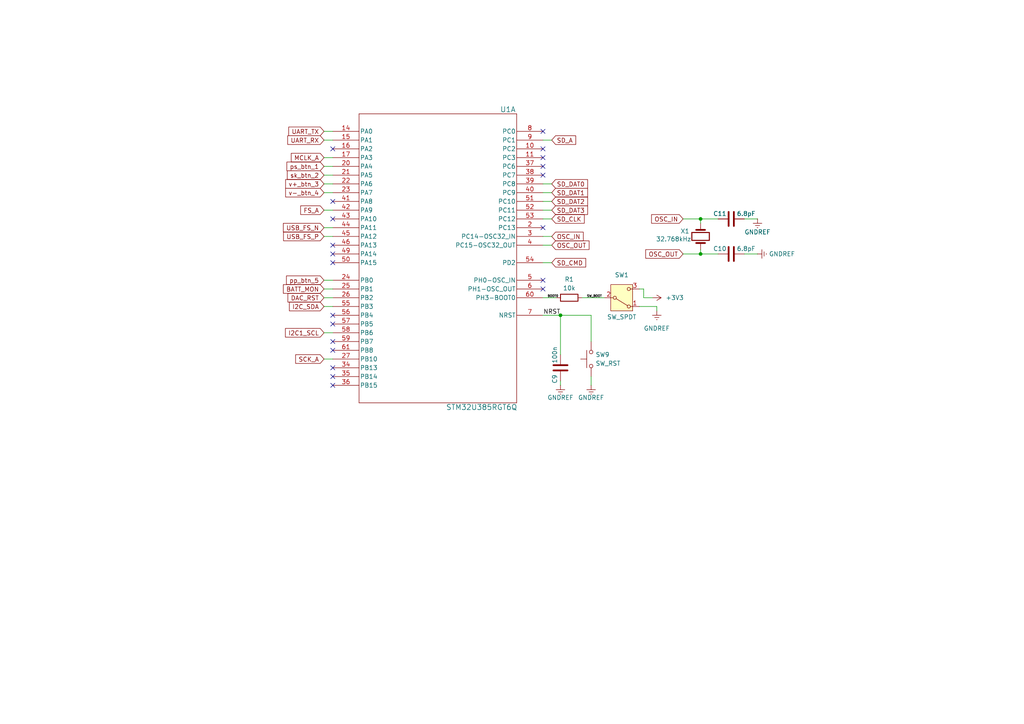
<source format=kicad_sch>
(kicad_sch (version 20250114) (generator "eeschema") (generator_version "9.0")
  (paper "A4")
  (lib_symbols
    (symbol "2026-01-21_08-27-02:STM32U385RGT6Q" (pin_names (offset 0.254))
      (property "Reference" "U" (at 30.48 10.16 0))
      (property "Value" "STM32U385RGT6Q" (at 30.48 7.62 0))
      (symbol "STM32U385RGT6Q_1_1"
        (polyline (pts (xy 7.62 5.08) (xy 7.62 -78.74)))
        (polyline (pts (xy 7.62 -78.74) (xy 53.34 -78.74)))
        (polyline (pts (xy 53.34 5.08) (xy 7.62 5.08)))
        (polyline (pts (xy 53.34 -78.74) (xy 53.34 5.08)))
        (pin bidirectional line (at 0 0 0) (length 7.62) (name "PA0") (number "14"))
        (pin bidirectional line (at 0 -2.54 0) (length 7.62) (name "PA1") (number "15"))
        (pin bidirectional line (at 0 -5.08 0) (length 7.62) (name "PA2") (number "16"))
        (pin bidirectional line (at 0 -7.62 0) (length 7.62) (name "PA3") (number "17"))
        (pin bidirectional line (at 0 -10.16 0) (length 7.62) (name "PA4") (number "20"))
        (pin bidirectional line (at 0 -12.7 0) (length 7.62) (name "PA5") (number "21"))
        (pin bidirectional line (at 0 -15.24 0) (length 7.62) (name "PA6") (number "22"))
        (pin bidirectional line (at 0 -17.78 0) (length 7.62) (name "PA7") (number "23"))
        (pin bidirectional line (at 0 -20.32 0) (length 7.62) (name "PA8") (number "41"))
        (pin bidirectional line (at 0 -22.86 0) (length 7.62) (name "PA9") (number "42"))
        (pin bidirectional line (at 0 -25.4 0) (length 7.62) (name "PA10") (number "43"))
        (pin bidirectional line (at 0 -27.94 0) (length 7.62) (name "PA11") (number "44"))
        (pin bidirectional line (at 0 -30.48 0) (length 7.62) (name "PA12") (number "45"))
        (pin bidirectional line (at 0 -33.02 0) (length 7.62) (name "PA13") (number "46"))
        (pin bidirectional line (at 0 -35.56 0) (length 7.62) (name "PA14") (number "49"))
        (pin bidirectional line (at 0 -38.1 0) (length 7.62) (name "PA15") (number "50"))
        (pin bidirectional line (at 0 -43.18 0) (length 7.62) (name "PB0") (number "24"))
        (pin bidirectional line (at 0 -45.72 0) (length 7.62) (name "PB1") (number "25"))
        (pin bidirectional line (at 0 -48.26 0) (length 7.62) (name "PB2") (number "26"))
        (pin bidirectional line (at 0 -50.8 0) (length 7.62) (name "PB3") (number "55"))
        (pin bidirectional line (at 0 -53.34 0) (length 7.62) (name "PB4") (number "56"))
        (pin bidirectional line (at 0 -55.88 0) (length 7.62) (name "PB5") (number "57"))
        (pin bidirectional line (at 0 -58.42 0) (length 7.62) (name "PB6") (number "58"))
        (pin bidirectional line (at 0 -60.96 0) (length 7.62) (name "PB7") (number "59"))
        (pin bidirectional line (at 0 -63.5 0) (length 7.62) (name "PB8") (number "61"))
        (pin bidirectional line (at 0 -66.04 0) (length 7.62) (name "PB10") (number "27"))
        (pin bidirectional line (at 0 -68.58 0) (length 7.62) (name "PB13") (number "34"))
        (pin bidirectional line (at 0 -71.12 0) (length 7.62) (name "PB14") (number "35"))
        (pin bidirectional line (at 0 -73.66 0) (length 7.62) (name "PB15") (number "36"))
        (pin bidirectional line (at 60.96 0 180) (length 7.62) (name "PC0") (number "8"))
        (pin bidirectional line (at 60.96 -2.54 180) (length 7.62) (name "PC1") (number "9"))
        (pin bidirectional line (at 60.96 -5.08 180) (length 7.62) (name "PC2") (number "10"))
        (pin bidirectional line (at 60.96 -7.62 180) (length 7.62) (name "PC3") (number "11"))
        (pin bidirectional line (at 60.96 -10.16 180) (length 7.62) (name "PC6") (number "37"))
        (pin bidirectional line (at 60.96 -12.7 180) (length 7.62) (name "PC7") (number "38"))
        (pin bidirectional line (at 60.96 -15.24 180) (length 7.62) (name "PC8") (number "39"))
        (pin bidirectional line (at 60.96 -17.78 180) (length 7.62) (name "PC9") (number "40"))
        (pin bidirectional line (at 60.96 -20.32 180) (length 7.62) (name "PC10") (number "51"))
        (pin bidirectional line (at 60.96 -22.86 180) (length 7.62) (name "PC11") (number "52"))
        (pin bidirectional line (at 60.96 -25.4 180) (length 7.62) (name "PC12") (number "53"))
        (pin bidirectional line (at 60.96 -27.94 180) (length 7.62) (name "PC13") (number "2"))
        (pin bidirectional line (at 60.96 -30.48 180) (length 7.62) (name "PC14-OSC32_IN") (number "3"))
        (pin bidirectional line (at 60.96 -33.02 180) (length 7.62) (name "PC15-OSC32_OUT") (number "4"))
        (pin bidirectional line (at 60.96 -38.1 180) (length 7.62) (name "PD2") (number "54"))
        (pin bidirectional line (at 60.96 -43.18 180) (length 7.62) (name "PH0-OSC_IN") (number "5"))
        (pin bidirectional line (at 60.96 -45.72 180) (length 7.62) (name "PH1-OSC_OUT") (number "6"))
        (pin bidirectional line (at 60.96 -48.26 180) (length 7.62) (name "PH3-BOOT0") (number "60"))
        (pin bidirectional line (at 60.96 -53.34 180) (length 7.62) (name "NRST") (number "7"))
      )
      (symbol "STM32U385RGT6Q_2_1"
        (polyline (pts (xy 7.62 5.08) (xy 7.62 -33.02)))
        (polyline (pts (xy 7.62 -33.02) (xy 43.18 -33.02)))
        (polyline (pts (xy 43.18 5.08) (xy 7.62 5.08)))
        (polyline (pts (xy 43.18 -33.02) (xy 43.18 5.08)))
        (pin power_in line (at 0 0 0) (length 7.62) (name "VSS") (number "18"))
        (pin power_in line (at 0 -2.54 0) (length 7.62) (name "VSS") (number "32"))
        (pin power_in line (at 0 -5.08 0) (length 7.62) (name "VSS") (number "47"))
        (pin power_in line (at 0 -7.62 0) (length 7.62) (name "VSS") (number "63"))
        (pin power_in line (at 0 -12.7 0) (length 7.62) (name "VSSA") (number "12"))
        (pin power_in line (at 0 -17.78 0) (length 7.62) (name "VSSSMPS") (number "30"))
        (pin power_in line (at 0 -22.86 0) (length 7.62) (name "VBAT") (number "1"))
        (pin power_in line (at 0 -27.94 0) (length 7.62) (name "VLXSMPS") (number "28"))
        (pin power_in line (at 50.8 0 180) (length 7.62) (name "VDD") (number "19"))
        (pin power_in line (at 50.8 -2.54 180) (length 7.62) (name "VDD") (number "33"))
        (pin power_in line (at 50.8 -5.08 180) (length 7.62) (name "VDD") (number "64"))
        (pin power_in line (at 50.8 -10.16 180) (length 7.62) (name "VDDA") (number "13"))
        (pin power_in line (at 50.8 -15.24 180) (length 7.62) (name "VDD11") (number "31"))
        (pin power_in line (at 50.8 -17.78 180) (length 7.62) (name "VDD11") (number "62"))
        (pin power_in line (at 50.8 -22.86 180) (length 7.62) (name "VDDUSB") (number "48"))
        (pin power_in line (at 50.8 -27.94 180) (length 7.62) (name "VDDSMPS") (number "29"))
      )
    )
    (symbol "Device:C" (pin_numbers (hide yes)) (pin_names (offset 0.254))
      (property "Reference" "C" (at 0.635 2.54 0))
      (property "Value" "C" (at 0.635 -2.54 0))
      (symbol "C_0_1"
        (polyline (pts (xy -2.032 0.762) (xy 2.032 0.762)) (stroke (width 0.508)))
        (polyline (pts (xy -2.032 -0.762) (xy 2.032 -0.762)) (stroke (width 0.508)))
      )
      (symbol "C_1_1"
        (pin passive line (at 0 3.81 270) (length 2.794) (name "~") (number "1"))
        (pin passive line (at 0 -3.81 90) (length 2.794) (name "~") (number "2"))
      )
    )
    (symbol "Device:Crystal" (pin_numbers (hide yes)) (pin_names (offset 1.016) (hide yes))
      (property "Reference" "Y" (at 0 3.81 0))
      (property "Value" "Crystal" (at 0 -3.81 0))
      (symbol "Crystal_0_1"
        (polyline (pts (xy -2.54 0) (xy -1.905 0)))
        (polyline (pts (xy -1.905 -1.27) (xy -1.905 1.27)) (stroke (width 0.508)))
        (rectangle (start -1.143 2.54) (end 1.143 -2.54) (stroke (width 0.3048)))
        (polyline (pts (xy 1.905 -1.27) (xy 1.905 1.27)) (stroke (width 0.508)))
        (polyline (pts (xy 2.54 0) (xy 1.905 0)))
      )
      (symbol "Crystal_1_1"
        (pin passive line (at -3.81 0 0) (length 1.27) (name "1") (number "1"))
        (pin passive line (at 3.81 0 180) (length 1.27) (name "2") (number "2"))
      )
    )
    (symbol "Device:R" (pin_numbers (hide yes)) (pin_names (offset 0))
      (property "Reference" "R" (at 2.032 0 90))
      (property "Value" "R" (at 0 0 90))
      (symbol "R_0_1"
        (rectangle (start -1.016 -2.54) (end 1.016 2.54) (stroke (width 0.254)))
      )
      (symbol "R_1_1"
        (pin passive line (at 0 3.81 270) (length 1.27) (name "~") (number "1"))
        (pin passive line (at 0 -3.81 90) (length 1.27) (name "~") (number "2"))
      )
    )
    (symbol "Switch:SW_Push" (pin_numbers (hide yes)) (pin_names (offset 1.016) (hide yes))
      (property "Reference" "SW" (at 1.27 2.54 0))
      (property "Value" "SW_Push" (at 0 -1.524 0))
      (symbol "SW_Push_0_1"
        (circle (center -2.032 0) (radius 0.508))
        (polyline (pts (xy 0 1.27) (xy 0 3.048)))
        (circle (center 2.032 0) (radius 0.508))
        (polyline (pts (xy 2.54 1.27) (xy -2.54 1.27)))
        (pin passive line (at -5.08 0 0) (length 2.54) (name "1") (number "1"))
        (pin passive line (at 5.08 0 180) (length 2.54) (name "2") (number "2"))
      )
    )
    (symbol "Switch:SW_SPDT" (pin_names (offset 0) (hide yes))
      (property "Reference" "SW" (at 0 5.08 0))
      (property "Value" "SW_SPDT" (at 0 -5.08 0))
      (symbol "SW_SPDT_0_1"
        (circle (center -2.032 0) (radius 0.4572))
        (polyline (pts (xy -1.651 0.254) (xy 1.651 2.286)))
        (circle (center 2.032 2.54) (radius 0.4572))
        (circle (center 2.032 -2.54) (radius 0.4572))
      )
      (symbol "SW_SPDT_1_1"
        (rectangle (start -3.175 3.81) (end 3.175 -3.81) (fill (type background)))
        (pin passive line (at -5.08 0 0) (length 2.54) (name "B") (number "2"))
        (pin passive line (at 5.08 2.54 180) (length 2.54) (name "A") (number "1"))
        (pin passive line (at 5.08 -2.54 180) (length 2.54) (name "C") (number "3"))
      )
    )
    (symbol "power:+3V3" (power) (pin_numbers (hide yes)) (pin_names (offset 0) (hide yes))
      (property "Value" "+3V3" (at 0 3.556 0))
      (symbol "+3V3_0_1"
        (polyline (pts (xy -0.762 1.27) (xy 0 2.54)))
        (polyline (pts (xy 0 2.54) (xy 0.762 1.27)))
        (polyline (pts (xy 0 0) (xy 0 2.54)))
      )
      (symbol "+3V3_1_1"
        (pin power_in line (at 0 0 90) (length 0) (name "~") (number "1"))
      )
    )
    (symbol "power:GNDREF" (power) (pin_numbers (hide yes)) (pin_names (offset 0) (hide yes))
      (property "Value" "GNDREF" (at 0 -3.81 0))
      (symbol "GNDREF_0_1"
        (polyline (pts (xy -0.635 -1.905) (xy 0.635 -1.905)))
        (polyline (pts (xy -0.127 -2.54) (xy 0.127 -2.54)))
        (polyline (pts (xy 0 -1.27) (xy 0 0)))
        (polyline (pts (xy 1.27 -1.27) (xy -1.27 -1.27)))
      )
      (symbol "GNDREF_1_1"
        (pin power_in line (at 0 0 270) (length 0) (name "~") (number "1"))
      )
    )
  )
  (junction (at 162.56 91.44))
  (junction (at 203.2 73.66))
  (junction (at 203.2 63.5))
  (no_connect (at 157.48 50.8))
  (no_connect (at 96.52 58.42))
  (no_connect (at 96.52 76.2))
  (no_connect (at 157.48 48.26))
  (no_connect (at 96.52 101.6))
  (no_connect (at 157.48 45.72))
  (no_connect (at 157.48 66.04))
  (no_connect (at 96.52 71.12))
  (no_connect (at 96.52 43.18))
  (no_connect (at 96.52 93.98))
  (no_connect (at 157.48 83.82))
  (no_connect (at 96.52 109.22))
  (no_connect (at 157.48 81.28))
  (no_connect (at 96.52 63.5))
  (no_connect (at 96.52 73.66))
  (no_connect (at 157.48 38.1))
  (no_connect (at 96.52 91.44))
  (no_connect (at 96.52 106.68))
  (no_connect (at 96.52 111.76))
  (no_connect (at 157.48 43.18))
  (no_connect (at 96.52 99.06))
  (wire (pts (xy 96.52 60.96) (xy 93.98 60.96)))
  (wire (pts (xy 96.52 88.9) (xy 93.98 88.9)))
  (wire (pts (xy 157.48 86.36) (xy 161.29 86.36)))
  (wire (pts (xy 203.2 64.77) (xy 203.2 63.5)))
  (wire (pts (xy 93.98 55.88) (xy 96.52 55.88)))
  (wire (pts (xy 157.48 63.5) (xy 160.02 63.5)))
  (wire (pts (xy 171.45 99.06) (xy 171.45 91.44)))
  (wire (pts (xy 157.48 60.96) (xy 160.02 60.96)))
  (wire (pts (xy 162.56 111.76) (xy 162.56 110.49)))
  (wire (pts (xy 157.48 71.12) (xy 160.02 71.12)))
  (wire (pts (xy 203.2 73.66) (xy 203.2 72.39)))
  (wire (pts (xy 93.98 50.8) (xy 96.52 50.8)))
  (wire (pts (xy 157.48 58.42) (xy 160.02 58.42)))
  (wire (pts (xy 157.48 68.58) (xy 160.02 68.58)))
  (wire (pts (xy 203.2 73.66) (xy 208.28 73.66)))
  (wire (pts (xy 168.91 86.36) (xy 175.26 86.36)))
  (wire (pts (xy 171.45 109.22) (xy 171.45 111.76)))
  (wire (pts (xy 93.98 48.26) (xy 96.52 48.26)))
  (wire (pts (xy 93.98 45.72) (xy 96.52 45.72)))
  (wire (pts (xy 198.12 63.5) (xy 203.2 63.5)))
  (wire (pts (xy 186.69 83.82) (xy 185.42 83.82)))
  (wire (pts (xy 93.98 96.52) (xy 96.52 96.52)))
  (wire (pts (xy 186.69 86.36) (xy 186.69 83.82)))
  (wire (pts (xy 93.98 40.64) (xy 96.52 40.64)))
  (wire (pts (xy 93.98 86.36) (xy 96.52 86.36)))
  (wire (pts (xy 157.48 40.64) (xy 160.02 40.64)))
  (wire (pts (xy 93.98 66.04) (xy 96.52 66.04)))
  (wire (pts (xy 215.9 63.5) (xy 219.71 63.5)))
  (wire (pts (xy 190.5 88.9) (xy 185.42 88.9)))
  (wire (pts (xy 198.12 73.66) (xy 203.2 73.66)))
  (wire (pts (xy 157.48 53.34) (xy 160.02 53.34)))
  (wire (pts (xy 157.48 76.2) (xy 160.02 76.2)))
  (wire (pts (xy 186.69 86.36) (xy 189.23 86.36)))
  (wire (pts (xy 96.52 104.14) (xy 93.98 104.14)))
  (wire (pts (xy 93.98 68.58) (xy 96.52 68.58)))
  (wire (pts (xy 203.2 63.5) (xy 208.28 63.5)))
  (wire (pts (xy 93.98 53.34) (xy 96.52 53.34)))
  (wire (pts (xy 93.98 83.82) (xy 96.52 83.82)))
  (wire (pts (xy 93.98 38.1) (xy 96.52 38.1)))
  (wire (pts (xy 215.9 73.66) (xy 219.71 73.66)))
  (wire (pts (xy 190.5 88.9) (xy 190.5 90.17)))
  (wire (pts (xy 162.56 91.44) (xy 157.48 91.44)))
  (wire (pts (xy 162.56 91.44) (xy 162.56 102.87)))
  (wire (pts (xy 171.45 91.44) (xy 162.56 91.44)))
  (wire (pts (xy 157.48 55.88) (xy 160.02 55.88)))
  (wire (pts (xy 93.98 81.28) (xy 96.52 81.28)))
  (label "NRST" (at 162.56 91.44 180))
  (label "BOOT0" (at 158.75 86.36 0) (effects (font (size 0.635 0.635))))
  (label "SW_BOOT" (at 170.18 86.36 0) (effects (font (size 0.635 0.635))))
  (global_label "sk_btn_2" (shape input) (at 93.98 50.8 180) (property "Intersheetrefs" "${INTERSHEET_REFS}" (effects (hide yes))))
  (global_label "SD_DAT1" (shape input) (at 160.02 55.88 0) (property "Intersheetrefs" "${INTERSHEET_REFS}" (effects (hide yes))))
  (global_label "SD_DAT2" (shape input) (at 160.02 58.42 0) (property "Intersheetrefs" "${INTERSHEET_REFS}" (effects (hide yes))))
  (global_label "ps_btn_1" (shape input) (at 93.98 48.26 180) (property "Intersheetrefs" "${INTERSHEET_REFS}" (effects (hide yes))))
  (global_label "SD_CMD" (shape input) (at 160.02 76.2 0) (property "Intersheetrefs" "${INTERSHEET_REFS}" (effects (hide yes))))
  (global_label "I2C1_SCL" (shape input) (at 93.98 96.52 180) (property "Intersheetrefs" "${INTERSHEET_REFS}" (effects (hide yes))))
  (global_label "SD_CLK" (shape input) (at 160.02 63.5 0) (property "Intersheetrefs" "${INTERSHEET_REFS}" (effects (hide yes))))
  (global_label "OSC_OUT" (shape input) (at 160.02 71.12 0) (property "Intersheetrefs" "${INTERSHEET_REFS}" (effects (hide yes))))
  (global_label "DAC_RST" (shape input) (at 93.98 86.36 180) (property "Intersheetrefs" "${INTERSHEET_REFS}" (effects (hide yes))))
  (global_label "v+_btn_3" (shape input) (at 93.98 53.34 180) (property "Intersheetrefs" "${INTERSHEET_REFS}" (effects (hide yes))))
  (global_label "USB_FS_P" (shape input) (at 93.98 68.58 180) (property "Intersheetrefs" "${INTERSHEET_REFS}" (effects (hide yes))))
  (global_label "v-_btn_4" (shape input) (at 93.98 55.88 180) (property "Intersheetrefs" "${INTERSHEET_REFS}" (effects (hide yes))))
  (global_label "OSC_OUT" (shape input) (at 198.12 73.66 180) (property "Intersheetrefs" "${INTERSHEET_REFS}" (effects (hide yes))))
  (global_label "SD_DAT0" (shape input) (at 160.02 53.34 0) (property "Intersheetrefs" "${INTERSHEET_REFS}" (effects (hide yes))))
  (global_label "FS_A" (shape input) (at 93.98 60.96 180) (property "Intersheetrefs" "${INTERSHEET_REFS}" (effects (hide yes))))
  (global_label "I2C_SDA" (shape input) (at 93.98 88.9 180) (property "Intersheetrefs" "${INTERSHEET_REFS}" (effects (hide yes))))
  (global_label "OSC_IN" (shape input) (at 160.02 68.58 0) (property "Intersheetrefs" "${INTERSHEET_REFS}" (effects (hide yes))))
  (global_label "SD_DAT3" (shape input) (at 160.02 60.96 0) (property "Intersheetrefs" "${INTERSHEET_REFS}" (effects (hide yes))))
  (global_label "MCLK_A" (shape input) (at 93.98 45.72 180) (property "Intersheetrefs" "${INTERSHEET_REFS}" (effects (hide yes))))
  (global_label "UART_TX" (shape input) (at 93.98 38.1 180) (property "Intersheetrefs" "${INTERSHEET_REFS}" (effects (hide yes))))
  (global_label "UART_RX" (shape input) (at 93.98 40.64 180) (property "Intersheetrefs" "${INTERSHEET_REFS}" (effects (hide yes))))
  (global_label "SCK_A" (shape input) (at 93.98 104.14 180) (property "Intersheetrefs" "${INTERSHEET_REFS}" (effects (hide yes))))
  (global_label "USB_FS_N" (shape input) (at 93.98 66.04 180) (property "Intersheetrefs" "${INTERSHEET_REFS}" (effects (hide yes))))
  (global_label "BATT_MON" (shape input) (at 93.98 83.82 180) (property "Intersheetrefs" "${INTERSHEET_REFS}" (effects (hide yes))))
  (global_label "SD_A" (shape input) (at 160.02 40.64 0) (property "Intersheetrefs" "${INTERSHEET_REFS}" (effects (hide yes))))
  (global_label "OSC_IN" (shape input) (at 198.12 63.5 180) (property "Intersheetrefs" "${INTERSHEET_REFS}" (effects (hide yes))))
  (global_label "pp_btn_5" (shape input) (at 93.98 81.28 180) (property "Intersheetrefs" "${INTERSHEET_REFS}" (effects (hide yes))))
  (symbol (lib_id "Device:Crystal") (at 203.2 68.58 90) (unit 1)
    (property "Reference" "X1" (at 197.358 67.056 90) (effects (justify right)))
    (property "Value" "32.768kHz" (at 190.246 69.342 90) (effects (justify right)))
    (property "Footprint" "Crystal:Crystal_SMD_3215-2Pin_3.2x1.5mm" (effects (hide yes)))
    (property "Description" "Two pin crystal" (effects (hide yes)))
  )
  (symbol (lib_id "power:GNDREF") (at 171.45 111.76 0) (unit 1)
    (property "Reference" "#PWR069" (effects (hide yes)))
    (property "Value" "GNDREF" (at 171.45 115.316 0))
    (property "Description" "Power symbol creates a global label with name \"GNDREF\" , reference supply ground" (effects (hide yes)))
  )
  (symbol (lib_id "Switch:SW_SPDT") (at 180.34 86.36 0) (mirror x) (unit 1)
    (property "Reference" "SW1" (at 180.34 79.756 0))
    (property "Value" "SW_SPDT" (at 180.34 91.948 0))
    (property "Footprint" "footprints_SPDT_slide:CL-SB-12B-01_NDC" (effects (hide yes)))
    (property "Description" "Switch, single pole double throw" (effects (hide yes)))
  )
  (symbol (lib_id "power:GNDREF") (at 190.5 90.17 0) (unit 1)
    (property "Reference" "#PWR011" (effects (hide yes)))
    (property "Value" "GNDREF" (at 190.5 95.25 0))
    (property "Description" "Power symbol creates a global label with name \"GNDREF\" , reference supply ground" (effects (hide yes)))
  )
  (symbol (lib_id "power:GNDREF") (at 162.56 111.76 0) (unit 1)
    (property "Reference" "#PWR010" (effects (hide yes)))
    (property "Value" "GNDREF" (at 162.56 115.316 0))
    (property "Description" "Power symbol creates a global label with name \"GNDREF\" , reference supply ground" (effects (hide yes)))
  )
  (symbol (lib_id "Device:C") (at 162.56 106.68 180) (unit 1)
    (property "Reference" "C9" (at 160.909 108.585 90) (effects (justify left)))
    (property "Value" "100n" (at 160.909 100.457 90) (effects (justify left)))
    (property "Footprint" "Capacitor_SMD:C_0603_1608Metric" (effects (hide yes)))
    (property "Description" "Unpolarized capacitor" (effects (hide yes)))
  )
  (symbol (lib_id "power:GNDREF") (at 219.71 63.5 0) (unit 1)
    (property "Reference" "#PWR013" (effects (hide yes)))
    (property "Value" "GNDREF" (at 219.71 67.31 0))
    (property "Description" "Power symbol creates a global label with name \"GNDREF\" , reference supply ground" (effects (hide yes)))
  )
  (symbol (lib_id "power:+3V3") (at 189.23 86.36 270) (unit 1)
    (property "Reference" "#PWR012" (effects (hide yes)))
    (property "Value" "+3V3" (at 193.04 86.3599 90) (effects (justify left)))
    (property "Description" "Power symbol creates a global label with name \"+3V3\"" (effects (hide yes)))
  )
  (symbol (lib_id "power:GNDREF") (at 219.71 73.66 90) (unit 1)
    (property "Reference" "#PWR043" (effects (hide yes)))
    (property "Value" "GNDREF" (at 223.012 73.66 90) (effects (justify right)))
    (property "Description" "Power symbol creates a global label with name \"GNDREF\" , reference supply ground" (effects (hide yes)))
  )
  (symbol (lib_id "Device:C") (at 212.09 63.5 90) (unit 1)
    (property "Reference" "C11" (at 208.788 61.976 90))
    (property "Value" "6.8pF" (at 216.408 61.976 90))
    (property "Footprint" "Capacitor_SMD:C_0603_1608Metric" (effects (hide yes)))
    (property "Description" "Unpolarized capacitor" (effects (hide yes)))
  )
  (symbol (lib_id "2026-01-21_08-27-02:STM32U385RGT6Q") (at 96.52 38.1 0) (unit 1)
    (property "Reference" "U1" (at 147.32 31.75 0) (effects (font (size 1.524 1.524))))
    (property "Value" "STM32U385RGT6Q" (at 139.7 118.11 0) (effects (font (size 1.524 1.524))))
    (property "Footprint" "Package_QFP:LQFP-64_10x10mm_P0.5mm" (effects (hide yes)))
    (property "Datasheet" "https://www.st.com/resource/en/datasheet/stm32u385cg.pdf" (effects (hide yes)))
  )
  (symbol (lib_id "Device:C") (at 212.09 73.66 90) (unit 1)
    (property "Reference" "C10" (at 208.788 72.136 90))
    (property "Value" "6.8pF" (at 216.408 72.136 90))
    (property "Footprint" "Capacitor_SMD:C_0603_1608Metric" (effects (hide yes)))
    (property "Description" "Unpolarized capacitor" (effects (hide yes)))
  )
  (symbol (lib_id "Device:R") (at 165.1 86.36 90) (unit 1)
    (property "Reference" "R1" (at 165.1 81.026 90))
    (property "Value" "10k" (at 165.1 83.566 90))
    (property "Footprint" "Resistor_SMD:R_0603_1608Metric" (effects (hide yes)))
    (property "Description" "Resistor" (effects (hide yes)))
  )
  (symbol (lib_id "Switch:SW_Push") (at 171.45 104.14 90) (unit 1)
    (property "Reference" "SW9" (at 172.72 102.8699 90) (effects (justify right)))
    (property "Value" "SW_RST" (at 172.72 105.4099 90) (effects (justify right)))
    (property "Footprint" "footprints_RST_BTN:SON4_PTS526 SM15 SMTR2 LFS_CNK" (effects (hide yes)))
    (property "Description" "Push button switch, generic, two pins" (effects (hide yes)))
  )
)
</source>
